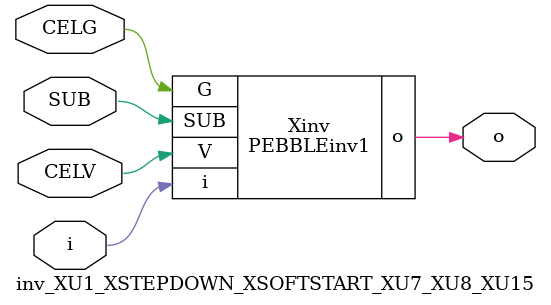
<source format=v>



module PEBBLEinv1 ( o, G, SUB, V, i );

  input V;
  input i;
  input G;
  output o;
  input SUB;
endmodule

//Celera Confidential Do Not Copy inv_XU1_XSTEPDOWN_XSOFTSTART_XU7_XU8_XU15
//Celera Confidential Symbol Generator
//5V Inverter
module inv_XU1_XSTEPDOWN_XSOFTSTART_XU7_XU8_XU15 (CELV,CELG,i,o,SUB);
input CELV;
input CELG;
input i;
input SUB;
output o;

//Celera Confidential Do Not Copy inv
PEBBLEinv1 Xinv(
.V (CELV),
.i (i),
.o (o),
.SUB (SUB),
.G (CELG)
);
//,diesize,PEBBLEinv1

//Celera Confidential Do Not Copy Module End
//Celera Schematic Generator
endmodule

</source>
